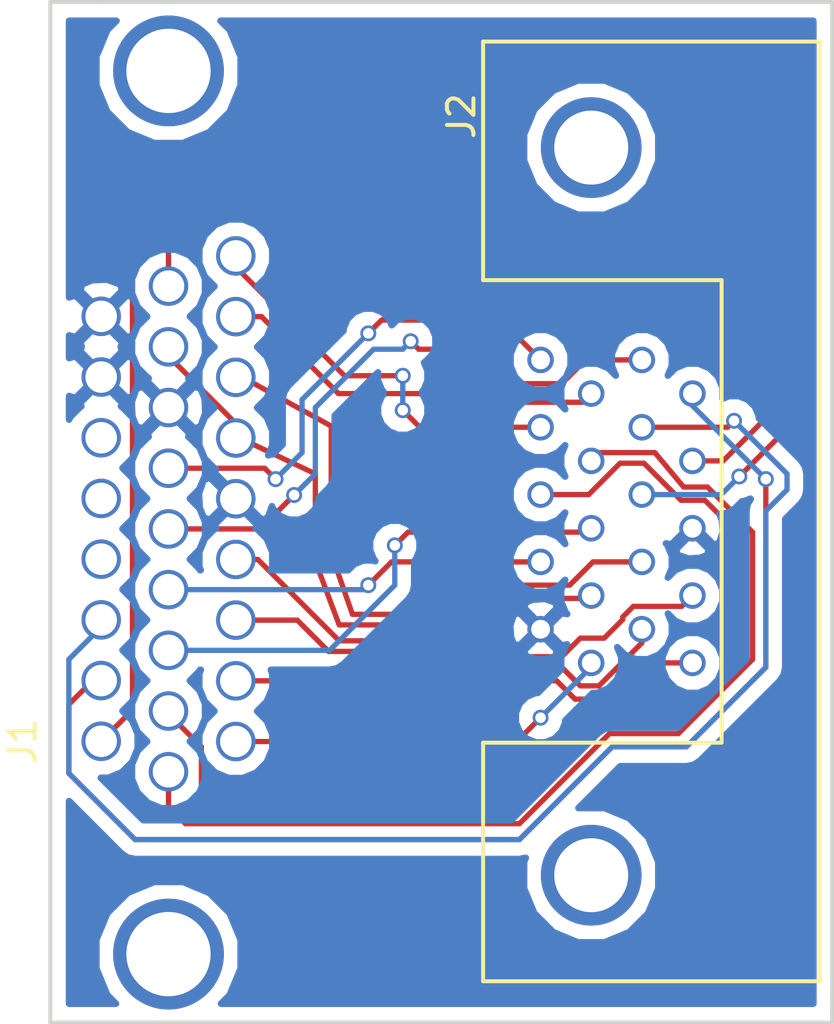
<source format=kicad_pcb>
(kicad_pcb (version 4) (host pcbnew 4.0.6)

  (general
    (links 24)
    (no_connects 0)
    (area 0 0 0 0)
    (thickness 1.6)
    (drawings 8)
    (tracks 183)
    (zones 0)
    (modules 2)
    (nets 23)
  )

  (page A4)
  (layers
    (0 F.Cu signal)
    (31 B.Cu signal)
    (32 B.Adhes user)
    (33 F.Adhes user)
    (34 B.Paste user)
    (35 F.Paste user)
    (36 B.SilkS user)
    (37 F.SilkS user)
    (38 B.Mask user)
    (39 F.Mask user)
    (40 Dwgs.User user)
    (41 Cmts.User user)
    (42 Eco1.User user)
    (43 Eco2.User user)
    (44 Edge.Cuts user)
    (45 Margin user)
    (46 B.CrtYd user)
    (47 F.CrtYd user)
    (48 B.Fab user)
    (49 F.Fab user)
  )

  (setup
    (last_trace_width 0.2)
    (trace_clearance 0.2)
    (zone_clearance 0.508)
    (zone_45_only no)
    (trace_min 0.2)
    (segment_width 0.2)
    (edge_width 0.15)
    (via_size 0.6)
    (via_drill 0.4)
    (via_min_size 0.4)
    (via_min_drill 0.3)
    (uvia_size 0.3)
    (uvia_drill 0.1)
    (uvias_allowed no)
    (uvia_min_size 0.2)
    (uvia_min_drill 0.1)
    (pcb_text_width 0.3)
    (pcb_text_size 1.5 1.5)
    (mod_edge_width 0.15)
    (mod_text_size 1 1)
    (mod_text_width 0.15)
    (pad_size 1.524 1.524)
    (pad_drill 0.762)
    (pad_to_mask_clearance 0.2)
    (aux_axis_origin 0 0)
    (visible_elements FFFFFF7F)
    (pcbplotparams
      (layerselection 0x00030_80000001)
      (usegerberextensions false)
      (excludeedgelayer true)
      (linewidth 0.100000)
      (plotframeref false)
      (viasonmask false)
      (mode 1)
      (useauxorigin false)
      (hpglpennumber 1)
      (hpglpenspeed 20)
      (hpglpendiameter 15)
      (hpglpenoverlay 2)
      (psnegative false)
      (psa4output false)
      (plotreference true)
      (plotvalue true)
      (plotinvisibletext false)
      (padsonsilk false)
      (subtractmaskfromsilk false)
      (outputformat 1)
      (mirror false)
      (drillshape 1)
      (scaleselection 1)
      (outputdirectory ""))
  )

  (net 0 "")
  (net 1 /FrameGnd)
  (net 2 /HallU)
  (net 3 /HallV)
  (net 4 /HallW)
  (net 5 /SignalGnd)
  (net 6 /5VOut1)
  (net 7 /IN9MoTemp)
  (net 8 /ENC_/X)
  (net 9 /ENC_X)
  (net 10 /ENC_/B)
  (net 11 /ENC_B)
  (net 12 /ENC_/A)
  (net 13 /ENC_A)
  (net 14 /ENC_/S)
  (net 15 /ENC_S)
  (net 16 "/Sin(-)")
  (net 17 "/Sin(+)")
  (net 18 "/Cos(-)")
  (net 19 "/Cos(+)")
  (net 20 "Net-(J1-Pad22)")
  (net 21 "Net-(J1-Pad23)")
  (net 22 "Net-(J1-Pad24)")

  (net_class Default "This is the default net class."
    (clearance 0.2)
    (trace_width 0.2)
    (via_dia 0.6)
    (via_drill 0.4)
    (uvia_dia 0.3)
    (uvia_drill 0.1)
    (add_net /5VOut1)
    (add_net "/Cos(+)")
    (add_net "/Cos(-)")
    (add_net /ENC_/A)
    (add_net /ENC_/B)
    (add_net /ENC_/S)
    (add_net /ENC_/X)
    (add_net /ENC_A)
    (add_net /ENC_B)
    (add_net /ENC_S)
    (add_net /ENC_X)
    (add_net /FrameGnd)
    (add_net /HallU)
    (add_net /HallV)
    (add_net /HallW)
    (add_net /IN9MoTemp)
    (add_net /SignalGnd)
    (add_net "/Sin(+)")
    (add_net "/Sin(-)")
    (add_net "Net-(J1-Pad22)")
    (add_net "Net-(J1-Pad23)")
    (add_net "Net-(J1-Pad24)")
  )

  (module MyConnectors:26PinDSUB_HD (layer F.Cu) (tedit 5988F9AC) (tstamp 599351B4)
    (at 137 119.4 90)
    (path /59933415)
    (fp_text reference J1 (at 0 -8.05 90) (layer F.SilkS)
      (effects (font (size 1 1) (thickness 0.15)))
    )
    (fp_text value CONN_01X26 (at 0 -6.6 90) (layer F.Fab)
      (effects (font (size 1 1) (thickness 0.15)))
    )
    (pad 1 thru_hole circle (at 0 0 90) (size 1.49 1.49) (drill 1.19) (layers *.Cu *.Mask)
      (net 1 /FrameGnd))
    (pad 2 thru_hole circle (at 2.29 0 90) (size 1.49 1.49) (drill 1.19) (layers *.Cu *.Mask)
      (net 2 /HallU))
    (pad 3 thru_hole circle (at 4.58 0 90) (size 1.49 1.49) (drill 1.19) (layers *.Cu *.Mask)
      (net 3 /HallV))
    (pad 4 thru_hole circle (at 6.87 0 90) (size 1.49 1.49) (drill 1.19) (layers *.Cu *.Mask)
      (net 4 /HallW))
    (pad 5 thru_hole circle (at 9.16 0 90) (size 1.49 1.49) (drill 1.19) (layers *.Cu *.Mask)
      (net 5 /SignalGnd))
    (pad 6 thru_hole circle (at 11.45 0 90) (size 1.49 1.49) (drill 1.19) (layers *.Cu *.Mask)
      (net 6 /5VOut1))
    (pad 7 thru_hole circle (at 13.74 0 90) (size 1.49 1.49) (drill 1.19) (layers *.Cu *.Mask)
      (net 7 /IN9MoTemp))
    (pad 8 thru_hole circle (at 16.03 0 90) (size 1.49 1.49) (drill 1.19) (layers *.Cu *.Mask)
      (net 8 /ENC_/X))
    (pad 9 thru_hole circle (at 18.32 0 90) (size 1.49 1.49) (drill 1.19) (layers *.Cu *.Mask)
      (net 9 /ENC_X))
    (pad 10 thru_hole circle (at -1.14 -2.54 90) (size 1.49 1.49) (drill 1.19) (layers *.Cu *.Mask)
      (net 10 /ENC_/B))
    (pad 11 thru_hole circle (at 1.15 -2.54 90) (size 1.49 1.49) (drill 1.19) (layers *.Cu *.Mask)
      (net 11 /ENC_B))
    (pad 12 thru_hole circle (at 3.44 -2.54 90) (size 1.49 1.49) (drill 1.19) (layers *.Cu *.Mask)
      (net 12 /ENC_/A))
    (pad 13 thru_hole circle (at 5.73 -2.54 90) (size 1.49 1.49) (drill 1.19) (layers *.Cu *.Mask)
      (net 13 /ENC_A))
    (pad 14 thru_hole circle (at 8.02 -2.54 90) (size 1.49 1.49) (drill 1.19) (layers *.Cu *.Mask)
      (net 14 /ENC_/S))
    (pad 15 thru_hole circle (at 10.31 -2.54 90) (size 1.49 1.49) (drill 1.19) (layers *.Cu *.Mask)
      (net 15 /ENC_S))
    (pad 16 thru_hole circle (at 12.6 -2.54 90) (size 1.49 1.49) (drill 1.19) (layers *.Cu *.Mask)
      (net 5 /SignalGnd))
    (pad 17 thru_hole circle (at 14.89 -2.54 90) (size 1.49 1.49) (drill 1.19) (layers *.Cu *.Mask)
      (net 6 /5VOut1))
    (pad 18 thru_hole circle (at 17.18 -2.54 90) (size 1.49 1.49) (drill 1.19) (layers *.Cu *.Mask)
      (net 16 "/Sin(-)"))
    (pad 19 thru_hole circle (at 0.01 -5.08 90) (size 1.49 1.49) (drill 1.19) (layers *.Cu *.Mask)
      (net 17 "/Sin(+)"))
    (pad 20 thru_hole circle (at 2.3 -5.08 90) (size 1.49 1.49) (drill 1.19) (layers *.Cu *.Mask)
      (net 18 "/Cos(-)"))
    (pad 21 thru_hole circle (at 4.59 -5.08 90) (size 1.49 1.49) (drill 1.19) (layers *.Cu *.Mask)
      (net 19 "/Cos(+)"))
    (pad 22 thru_hole circle (at 6.88 -5.08 90) (size 1.49 1.49) (drill 1.19) (layers *.Cu *.Mask)
      (net 20 "Net-(J1-Pad22)"))
    (pad 23 thru_hole circle (at 9.17 -5.08 90) (size 1.49 1.49) (drill 1.19) (layers *.Cu *.Mask)
      (net 21 "Net-(J1-Pad23)"))
    (pad 24 thru_hole circle (at 11.46 -5.08 90) (size 1.49 1.49) (drill 1.19) (layers *.Cu *.Mask)
      (net 22 "Net-(J1-Pad24)"))
    (pad 25 thru_hole circle (at 13.75 -5.08 90) (size 1.49 1.49) (drill 1.19) (layers *.Cu *.Mask)
      (net 5 /SignalGnd))
    (pad 26 thru_hole circle (at 16.04 -5.08 90) (size 1.49 1.49) (drill 1.19) (layers *.Cu *.Mask)
      (net 5 /SignalGnd))
    (pad "" np_thru_hole circle (at -8.02 -2.54 90) (size 4.18 4.18) (drill 3.18) (layers *.Cu *.Mask))
    (pad "" np_thru_hole circle (at 25.3 -2.54 90) (size 4.18 4.18) (drill 3.18) (layers *.Cu *.Mask))
  )

  (module MyConnectors:MiniDRibbon20 (layer F.Cu) (tedit 598A4159) (tstamp 599351CE)
    (at 148.5011 105.0036)
    (path /599334AC)
    (fp_text reference J2 (at -2.99 -9.2 90) (layer F.SilkS)
      (effects (font (size 1 1) (thickness 0.15)))
    )
    (fp_text value CONN_01X20 (at -4.41 -6.49 90) (layer F.Fab)
      (effects (font (size 1 1) (thickness 0.15)))
    )
    (fp_line (start 6.83 -3.01) (end 6.83 14.44) (layer F.SilkS) (width 0.15))
    (fp_line (start 10.53 -12.01) (end 10.53 23.44) (layer F.SilkS) (width 0.15))
    (fp_line (start -2.17 -12.01) (end 10.53 -12.01) (layer F.SilkS) (width 0.15))
    (fp_line (start -2.17 -3.01) (end -2.17 -12.01) (layer F.SilkS) (width 0.15))
    (fp_line (start -2.17 -3.01) (end 6.83 -3.01) (layer F.SilkS) (width 0.15))
    (fp_line (start -2.17 23.44) (end 10.53 23.44) (layer F.SilkS) (width 0.15))
    (fp_line (start -2.17 14.44) (end -2.17 23.44) (layer F.SilkS) (width 0.15))
    (fp_line (start -2.17 14.44) (end 6.83 14.44) (layer F.SilkS) (width 0.15))
    (pad "" np_thru_hole circle (at 1.91 -8.01) (size 3.8 3.8) (drill 2.79) (layers *.Cu *.Mask))
    (pad 10 thru_hole circle (at 0 0) (size 1 1) (drill 0.71) (layers *.Cu *.Mask)
      (net 15 /ENC_S))
    (pad 20 thru_hole circle (at 3.82 0) (size 1 1) (drill 0.71) (layers *.Cu *.Mask)
      (net 14 /ENC_/S))
    (pad 12 thru_hole circle (at 3.82 10.16) (size 1 1) (drill 0.71) (layers *.Cu *.Mask)
      (net 3 /HallV))
    (pad 9 thru_hole circle (at 1.91 1.27) (size 1 1) (drill 0.71) (layers *.Cu *.Mask)
      (net 8 /ENC_/X))
    (pad 8 thru_hole circle (at 0 2.54) (size 1 1) (drill 0.71) (layers *.Cu *.Mask)
      (net 9 /ENC_X))
    (pad 7 thru_hole circle (at 1.91 3.81) (size 1 1) (drill 0.71) (layers *.Cu *.Mask)
      (net 10 /ENC_/B))
    (pad 6 thru_hole circle (at 0 5.08) (size 1 1) (drill 0.71) (layers *.Cu *.Mask)
      (net 11 /ENC_B))
    (pad 5 thru_hole circle (at 1.91 6.35) (size 1 1) (drill 0.71) (layers *.Cu *.Mask)
      (net 12 /ENC_/A))
    (pad 4 thru_hole circle (at 0 7.62) (size 1 1) (drill 0.71) (layers *.Cu *.Mask)
      (net 13 /ENC_A))
    (pad 3 thru_hole circle (at 1.91 8.89) (size 1 1) (drill 0.71) (layers *.Cu *.Mask)
      (net 6 /5VOut1))
    (pad 2 thru_hole circle (at 0 10.16) (size 1 1) (drill 0.71) (layers *.Cu *.Mask)
      (net 5 /SignalGnd))
    (pad 1 thru_hole circle (at 1.91 11.43) (size 1 1) (drill 0.71) (layers *.Cu *.Mask)
      (net 1 /FrameGnd))
    (pad 19 thru_hole circle (at 5.73 1.27) (size 1 1) (drill 0.71) (layers *.Cu *.Mask)
      (net 18 "/Cos(-)"))
    (pad 18 thru_hole circle (at 3.82 2.54) (size 1 1) (drill 0.71) (layers *.Cu *.Mask)
      (net 19 "/Cos(+)"))
    (pad 17 thru_hole circle (at 5.73 3.81) (size 1 1) (drill 0.71) (layers *.Cu *.Mask)
      (net 16 "/Sin(-)"))
    (pad 16 thru_hole circle (at 3.82 5.08) (size 1 1) (drill 0.71) (layers *.Cu *.Mask)
      (net 17 "/Sin(+)"))
    (pad 15 thru_hole circle (at 5.73 6.35) (size 1 1) (drill 0.71) (layers *.Cu *.Mask)
      (net 5 /SignalGnd))
    (pad 14 thru_hole circle (at 3.82 7.62) (size 1 1) (drill 0.71) (layers *.Cu *.Mask)
      (net 7 /IN9MoTemp))
    (pad 13 thru_hole circle (at 5.73 8.89) (size 1 1) (drill 0.71) (layers *.Cu *.Mask)
      (net 4 /HallW))
    (pad 11 thru_hole circle (at 5.73 11.43) (size 1 1) (drill 0.71) (layers *.Cu *.Mask)
      (net 2 /HallU))
    (pad "" np_thru_hole circle (at 1.91 19.44) (size 3.8 3.8) (drill 2.79) (layers *.Cu *.Mask))
  )

  (gr_line (start 130 91.5) (end 132 91.5) (angle 90) (layer Edge.Cuts) (width 0.15))
  (gr_line (start 130 130) (end 130 91.5) (angle 90) (layer Edge.Cuts) (width 0.15))
  (gr_line (start 130.5 130) (end 130 130) (angle 90) (layer Edge.Cuts) (width 0.15))
  (gr_line (start 159.5 130) (end 130.5 130) (angle 90) (layer Edge.Cuts) (width 0.15))
  (gr_line (start 159.5 129.5) (end 159.5 130) (angle 90) (layer Edge.Cuts) (width 0.15))
  (gr_line (start 159.5 129) (end 159.5 129.5) (angle 90) (layer Edge.Cuts) (width 0.15))
  (gr_line (start 159.5 91.5) (end 159.5 129) (angle 90) (layer Edge.Cuts) (width 0.15))
  (gr_line (start 132 91.5) (end 159.5 91.5) (angle 90) (layer Edge.Cuts) (width 0.15))

  (segment (start 137 119.4) (end 147.6 119.4) (width 0.2) (layer F.Cu) (net 1))
  (segment (start 148.5 118.5) (end 150.4111 116.5889) (width 0.2) (layer B.Cu) (net 1) (tstamp 59935771))
  (via (at 148.5 118.5) (size 0.6) (drill 0.4) (layers F.Cu B.Cu) (net 1))
  (segment (start 147.6 119.4) (end 148.5 118.5) (width 0.2) (layer F.Cu) (net 1) (tstamp 5993576C))
  (segment (start 150.4111 116.5889) (end 150.4111 116.4336) (width 0.2) (layer B.Cu) (net 1) (tstamp 59935772))
  (segment (start 137 117.11) (end 149.11 117.11) (width 0.2) (layer F.Cu) (net 2))
  (segment (start 152.2664 116.4336) (end 154.2311 116.4336) (width 0.2) (layer F.Cu) (net 2) (tstamp 59935276))
  (segment (start 150.9 117.8) (end 152.2664 116.4336) (width 0.2) (layer F.Cu) (net 2) (tstamp 59935275))
  (segment (start 149.8 117.8) (end 150.9 117.8) (width 0.2) (layer F.Cu) (net 2) (tstamp 59935274))
  (segment (start 149.11 117.11) (end 149.8 117.8) (width 0.2) (layer F.Cu) (net 2) (tstamp 59935273))
  (segment (start 146.7 116.4) (end 146.3 116) (width 0.2) (layer F.Cu) (net 3))
  (segment (start 148.5 116.6) (end 149.3 116.6) (width 0.2) (layer F.Cu) (net 3))
  (segment (start 146.3 116) (end 140.5 116) (width 0.2) (layer F.Cu) (net 3) (tstamp 599352A5))
  (segment (start 140.5 116) (end 139.32 114.82) (width 0.2) (layer F.Cu) (net 3) (tstamp 5993526D))
  (segment (start 139.32 114.82) (end 137 114.82) (width 0.2) (layer F.Cu) (net 3) (tstamp 5993526F))
  (segment (start 146.9 116.6) (end 147.8 116.6) (width 0.2) (layer F.Cu) (net 3) (tstamp 59935286))
  (segment (start 146.7 116.4) (end 146.9 116.6) (width 0.2) (layer F.Cu) (net 3) (tstamp 59935285))
  (segment (start 147.8 116.6) (end 148.5 116.6) (width 0.2) (layer F.Cu) (net 3))
  (segment (start 149.3 116.6) (end 149.8 117.1) (width 0.2) (layer F.Cu) (net 3) (tstamp 5993529A))
  (segment (start 149.3 116.6) (end 149.6 116.9) (width 0.2) (layer F.Cu) (net 3) (tstamp 59935293))
  (segment (start 152.3211 115.1636) (end 152.3211 115.6789) (width 0.2) (layer F.Cu) (net 3))
  (segment (start 150 117.3) (end 149.8 117.1) (width 0.2) (layer F.Cu) (net 3) (tstamp 5993526A))
  (segment (start 149.8 117.1) (end 149.6 116.9) (width 0.2) (layer F.Cu) (net 3) (tstamp 5993529D))
  (segment (start 150.7 117.3) (end 150 117.3) (width 0.2) (layer F.Cu) (net 3) (tstamp 59935268))
  (segment (start 152.3211 115.6789) (end 150.7 117.3) (width 0.2) (layer F.Cu) (net 3) (tstamp 59935267))
  (segment (start 137 112.53) (end 137.83 112.53) (width 0.2) (layer F.Cu) (net 4))
  (segment (start 153.8247 114.3) (end 154.2311 113.8936) (width 0.2) (layer F.Cu) (net 4) (tstamp 599352B2))
  (segment (start 152 114.3) (end 153.8247 114.3) (width 0.2) (layer F.Cu) (net 4) (tstamp 599352B1))
  (segment (start 151.6 114.7) (end 152 114.3) (width 0.2) (layer F.Cu) (net 4) (tstamp 599352B0))
  (segment (start 151.6 114.8) (end 151.6 114.7) (width 0.2) (layer F.Cu) (net 4) (tstamp 599352AF))
  (segment (start 150.9 115.5) (end 151.6 114.8) (width 0.2) (layer F.Cu) (net 4) (tstamp 599352AE))
  (segment (start 150 115.5) (end 150.9 115.5) (width 0.2) (layer F.Cu) (net 4) (tstamp 599352AD))
  (segment (start 149.300002 116.199998) (end 150 115.5) (width 0.2) (layer F.Cu) (net 4) (tstamp 599352AC))
  (segment (start 147.299998 116.199998) (end 149.300002 116.199998) (width 0.2) (layer F.Cu) (net 4) (tstamp 599352AB))
  (segment (start 146.699998 115.599998) (end 147.299998 116.199998) (width 0.2) (layer F.Cu) (net 4) (tstamp 599352AA))
  (segment (start 140.899998 115.599998) (end 146.699998 115.599998) (width 0.2) (layer F.Cu) (net 4) (tstamp 599352A9))
  (segment (start 137.83 112.53) (end 140.899998 115.599998) (width 0.2) (layer F.Cu) (net 4) (tstamp 599352A7))
  (segment (start 134.46 104.51) (end 134.46 104.86) (width 0.2) (layer F.Cu) (net 6))
  (segment (start 134.46 104.86) (end 137 107.4) (width 0.2) (layer F.Cu) (net 6) (tstamp 5993534A))
  (segment (start 137 107.4) (end 137 107.95) (width 0.2) (layer F.Cu) (net 6) (tstamp 5993534C))
  (segment (start 137 107.95) (end 137.15 107.95) (width 0.2) (layer F.Cu) (net 6))
  (segment (start 137.15 107.95) (end 140 109.3) (width 0.2) (layer F.Cu) (net 6) (tstamp 599352B5))
  (segment (start 140 109.3) (end 140 112.6) (width 0.2) (layer F.Cu) (net 6) (tstamp 599352B6))
  (segment (start 140 112.6) (end 140.9 115) (width 0.2) (layer F.Cu) (net 6) (tstamp 599352B8))
  (segment (start 140.9 115) (end 146.8 115) (width 0.2) (layer F.Cu) (net 6) (tstamp 599352BA))
  (segment (start 146.8 115) (end 147.8 114) (width 0.2) (layer F.Cu) (net 6) (tstamp 599352BC))
  (segment (start 147.8 114) (end 150.3047 114) (width 0.2) (layer F.Cu) (net 6) (tstamp 599352BD))
  (segment (start 150.3047 114) (end 150.4111 113.8936) (width 0.2) (layer F.Cu) (net 6) (tstamp 599352BE))
  (segment (start 137 105.66) (end 137.26 105.66) (width 0.2) (layer F.Cu) (net 7))
  (segment (start 137.26 105.66) (end 140.6 107.5) (width 0.2) (layer F.Cu) (net 7) (tstamp 599352C1))
  (segment (start 140.6 107.5) (end 140.6 112.3) (width 0.2) (layer F.Cu) (net 7) (tstamp 599352C2))
  (segment (start 140.6 112.3) (end 141.399998 114.599998) (width 0.2) (layer F.Cu) (net 7) (tstamp 599352C4))
  (segment (start 141.399998 114.599998) (end 146.6 114.599998) (width 0.2) (layer F.Cu) (net 7) (tstamp 599352C5))
  (segment (start 146.6 114.599998) (end 147.699998 113.5) (width 0.2) (layer F.Cu) (net 7) (tstamp 599352C6))
  (segment (start 147.699998 113.5) (end 149.6 113.5) (width 0.2) (layer F.Cu) (net 7) (tstamp 599352C7))
  (segment (start 149.6 113.5) (end 150.4764 112.6236) (width 0.2) (layer F.Cu) (net 7) (tstamp 599352C9))
  (segment (start 150.4764 112.6236) (end 152.3211 112.6236) (width 0.2) (layer F.Cu) (net 7) (tstamp 599352CA))
  (segment (start 142.5 106.2736) (end 144.1736 106.2736) (width 0.2) (layer F.Cu) (net 8))
  (segment (start 144.5 106.6) (end 150.0847 106.6) (width 0.2) (layer F.Cu) (net 8) (tstamp 599359D9))
  (segment (start 144.1736 106.2736) (end 144.5 106.6) (width 0.2) (layer F.Cu) (net 8) (tstamp 599359D8))
  (segment (start 150.0847 106.6) (end 150.4111 106.2736) (width 0.2) (layer F.Cu) (net 8) (tstamp 599359DA))
  (segment (start 137 103.37) (end 137.97 103.37) (width 0.2) (layer F.Cu) (net 8))
  (segment (start 140.8736 106.2736) (end 142.5 106.2736) (width 0.2) (layer F.Cu) (net 8) (tstamp 599352F7))
  (segment (start 137.97 103.37) (end 140.8736 106.2736) (width 0.2) (layer F.Cu) (net 8) (tstamp 599352ED))
  (segment (start 137 101.08) (end 137 101.5) (width 0.2) (layer F.Cu) (net 9))
  (segment (start 137 101.5) (end 141.1 105.6) (width 0.2) (layer F.Cu) (net 9) (tstamp 599352FB))
  (segment (start 141.1 105.6) (end 143.3 105.6) (width 0.2) (layer F.Cu) (net 9) (tstamp 599352FE))
  (via (at 143.3 105.6) (size 0.6) (drill 0.4) (layers F.Cu B.Cu) (net 9))
  (segment (start 143.3 105.6) (end 143.3 106.9) (width 0.2) (layer B.Cu) (net 9) (tstamp 59935303))
  (via (at 143.3 106.9) (size 0.6) (drill 0.4) (layers F.Cu B.Cu) (net 9))
  (segment (start 143.3 106.9) (end 143.9436 107.5436) (width 0.2) (layer F.Cu) (net 9) (tstamp 59935307))
  (segment (start 143.9436 107.5436) (end 148.5011 107.5436) (width 0.2) (layer F.Cu) (net 9) (tstamp 59935308))
  (segment (start 134.46 120.54) (end 134.46 121.86) (width 0.2) (layer F.Cu) (net 10))
  (segment (start 152.8136 108.5) (end 150.3111 108.5) (width 0.2) (layer F.Cu) (net 10) (tstamp 59935407))
  (segment (start 153.9 109.8) (end 152.8136 108.5) (width 0.2) (layer F.Cu) (net 10) (tstamp 59935406))
  (segment (start 154.8 109.8) (end 153.9 109.8) (width 0.2) (layer F.Cu) (net 10) (tstamp 59935404))
  (segment (start 156.5 111.5) (end 154.8 109.8) (width 0.2) (layer F.Cu) (net 10) (tstamp 59935402))
  (segment (start 156.5 116.3) (end 156.5 111.5) (width 0.2) (layer F.Cu) (net 10) (tstamp 59935400))
  (segment (start 153.7 119.1) (end 156.5 116.3) (width 0.2) (layer F.Cu) (net 10) (tstamp 599353FE))
  (segment (start 151.1 119.1) (end 153.7 119.1) (width 0.2) (layer F.Cu) (net 10) (tstamp 599353FC))
  (segment (start 147.7 122.5) (end 151.1 119.1) (width 0.2) (layer F.Cu) (net 10) (tstamp 599353FA))
  (segment (start 135.1 122.5) (end 147.7 122.5) (width 0.2) (layer F.Cu) (net 10) (tstamp 599353F9))
  (segment (start 134.46 121.86) (end 135.1 122.5) (width 0.2) (layer F.Cu) (net 10) (tstamp 599353F8))
  (segment (start 134.46 118.25) (end 134.46 118.36) (width 0.2) (layer F.Cu) (net 11))
  (segment (start 134.46 118.36) (end 135.7 119.6) (width 0.2) (layer F.Cu) (net 11) (tstamp 59935458))
  (segment (start 135.7 119.6) (end 135.7 121.399998) (width 0.2) (layer F.Cu) (net 11) (tstamp 5993545A))
  (segment (start 135.7 121.399998) (end 136.300002 122) (width 0.2) (layer F.Cu) (net 11) (tstamp 5993545B))
  (segment (start 136.300002 122) (end 147.6 122) (width 0.2) (layer F.Cu) (net 11) (tstamp 5993545D))
  (segment (start 147.6 122) (end 150.932844 118.667156) (width 0.2) (layer F.Cu) (net 11) (tstamp 59935460))
  (segment (start 150.932844 118.667156) (end 153.567156 118.667156) (width 0.2) (layer F.Cu) (net 11) (tstamp 59935464))
  (segment (start 153.567156 118.667156) (end 156 116.234312) (width 0.2) (layer F.Cu) (net 11) (tstamp 5993546A))
  (segment (start 156 116.234312) (end 156 111.6) (width 0.2) (layer F.Cu) (net 11) (tstamp 5993546E))
  (segment (start 156 111.6) (end 154.7 110.3) (width 0.2) (layer F.Cu) (net 11) (tstamp 59935476))
  (segment (start 154.7 110.3) (end 153.8 110.3) (width 0.2) (layer F.Cu) (net 11) (tstamp 59935479))
  (segment (start 153.8 110.3) (end 152.400002 108.900002) (width 0.2) (layer F.Cu) (net 11) (tstamp 5993547C))
  (segment (start 152.400002 108.900002) (end 151.499998 108.900002) (width 0.2) (layer F.Cu) (net 11) (tstamp 5993547D))
  (segment (start 151.499998 108.900002) (end 150.3164 110.0836) (width 0.2) (layer F.Cu) (net 11) (tstamp 5993547E))
  (segment (start 150.3164 110.0836) (end 148.5011 110.0836) (width 0.2) (layer F.Cu) (net 11) (tstamp 59935482))
  (segment (start 134.46 115.96) (end 140.54 115.96) (width 0.2) (layer B.Cu) (net 12))
  (segment (start 143.5 111.5) (end 150.2647 111.5) (width 0.2) (layer F.Cu) (net 12) (tstamp 5993584F))
  (segment (start 143 112) (end 143.5 111.5) (width 0.2) (layer F.Cu) (net 12) (tstamp 5993584E))
  (via (at 143 112) (size 0.6) (drill 0.4) (layers F.Cu B.Cu) (net 12))
  (segment (start 143 113.5) (end 143 112) (width 0.2) (layer B.Cu) (net 12) (tstamp 5993584B))
  (segment (start 140.54 115.96) (end 143 113.5) (width 0.2) (layer B.Cu) (net 12) (tstamp 59935846))
  (segment (start 150.2647 111.5) (end 150.4111 111.3536) (width 0.2) (layer F.Cu) (net 12) (tstamp 59935850))
  (segment (start 134.46 113.67) (end 141.83 113.67) (width 0.2) (layer B.Cu) (net 13))
  (segment (start 142.8764 112.6236) (end 148.5011 112.6236) (width 0.2) (layer F.Cu) (net 13) (tstamp 5993583D))
  (segment (start 142 113.5) (end 142.8764 112.6236) (width 0.2) (layer F.Cu) (net 13) (tstamp 5993583C))
  (via (at 142 113.5) (size 0.6) (drill 0.4) (layers F.Cu B.Cu) (net 13))
  (segment (start 141.83 113.67) (end 142 113.5) (width 0.2) (layer B.Cu) (net 13) (tstamp 59935837))
  (segment (start 134.46 111.38) (end 137.92 111.38) (width 0.2) (layer F.Cu) (net 14))
  (segment (start 150.1964 105.0036) (end 152.3211 105.0036) (width 0.2) (layer F.Cu) (net 14) (tstamp 599359F6))
  (segment (start 149.3 105.9) (end 150.1964 105.0036) (width 0.2) (layer F.Cu) (net 14) (tstamp 599359F5))
  (segment (start 147.5 105.9) (end 149.3 105.9) (width 0.2) (layer F.Cu) (net 14) (tstamp 599359F3))
  (segment (start 146.2 104.6) (end 147.5 105.9) (width 0.2) (layer F.Cu) (net 14) (tstamp 599359F1))
  (segment (start 143.9 104.6) (end 146.2 104.6) (width 0.2) (layer F.Cu) (net 14) (tstamp 599359F0))
  (segment (start 143.6 104.3) (end 143.9 104.6) (width 0.2) (layer F.Cu) (net 14) (tstamp 599359EF))
  (via (at 143.6 104.3) (size 0.6) (drill 0.4) (layers F.Cu B.Cu) (net 14))
  (segment (start 143.3 104.6) (end 143.6 104.3) (width 0.2) (layer B.Cu) (net 14) (tstamp 599359ED))
  (segment (start 142.2 104.6) (end 143.3 104.6) (width 0.2) (layer B.Cu) (net 14) (tstamp 599359EC))
  (segment (start 140 106.8) (end 142.2 104.6) (width 0.2) (layer B.Cu) (net 14) (tstamp 599359EA))
  (segment (start 140 109.3) (end 140 106.8) (width 0.2) (layer B.Cu) (net 14) (tstamp 599359E8))
  (segment (start 139.2 110.1) (end 140 109.3) (width 0.2) (layer B.Cu) (net 14) (tstamp 599359E7))
  (via (at 139.2 110.1) (size 0.6) (drill 0.4) (layers F.Cu B.Cu) (net 14))
  (segment (start 137.92 111.38) (end 139.2 110.1) (width 0.2) (layer F.Cu) (net 14) (tstamp 599359E3))
  (segment (start 134.46 109.09) (end 138.09 109.09) (width 0.2) (layer F.Cu) (net 15))
  (segment (start 146.9975 103.5) (end 148.5011 105.0036) (width 0.2) (layer F.Cu) (net 15) (tstamp 59935989))
  (segment (start 142.5 103.5) (end 146.9975 103.5) (width 0.2) (layer F.Cu) (net 15) (tstamp 59935988))
  (segment (start 142 104) (end 142.5 103.5) (width 0.2) (layer F.Cu) (net 15) (tstamp 59935987))
  (via (at 142 104) (size 0.6) (drill 0.4) (layers F.Cu B.Cu) (net 15))
  (segment (start 139.5 106.5) (end 142 104) (width 0.2) (layer B.Cu) (net 15) (tstamp 59935981))
  (segment (start 139.5 108.5) (end 139.5 106.5) (width 0.2) (layer B.Cu) (net 15) (tstamp 5993597F))
  (segment (start 138.5 109.5) (end 139.5 108.5) (width 0.2) (layer B.Cu) (net 15) (tstamp 5993597E))
  (via (at 138.5 109.5) (size 0.6) (drill 0.4) (layers F.Cu B.Cu) (net 15))
  (segment (start 138.09 109.09) (end 138.5 109.5) (width 0.2) (layer F.Cu) (net 15) (tstamp 5993597A))
  (segment (start 134.46 102.22) (end 134.46 100.84) (width 0.2) (layer F.Cu) (net 16))
  (segment (start 155.3864 108.8136) (end 154.2311 108.8136) (width 0.2) (layer F.Cu) (net 16) (tstamp 59935507))
  (segment (start 157.5 106.7) (end 155.3864 108.8136) (width 0.2) (layer F.Cu) (net 16) (tstamp 59935505))
  (segment (start 157.5 103.8) (end 157.5 106.7) (width 0.2) (layer F.Cu) (net 16) (tstamp 59935503))
  (segment (start 155.7 102) (end 157.5 103.8) (width 0.2) (layer F.Cu) (net 16) (tstamp 59935501))
  (segment (start 150.1 102) (end 155.7 102) (width 0.2) (layer F.Cu) (net 16) (tstamp 599354FF))
  (segment (start 147 98.9) (end 150.1 102) (width 0.2) (layer F.Cu) (net 16) (tstamp 599354FD))
  (segment (start 136.4 98.9) (end 147 98.9) (width 0.2) (layer F.Cu) (net 16) (tstamp 599354FB))
  (segment (start 134.46 100.84) (end 136.4 98.9) (width 0.2) (layer F.Cu) (net 16) (tstamp 599354F8))
  (segment (start 152.3211 110.0836) (end 155.3164 110.0836) (width 0.2) (layer B.Cu) (net 17))
  (segment (start 133.1 118.21) (end 131.92 119.39) (width 0.2) (layer F.Cu) (net 17) (tstamp 599355E6))
  (segment (start 133.1 101) (end 133.1 118.21) (width 0.2) (layer F.Cu) (net 17) (tstamp 599355E4))
  (segment (start 135.7 98.4) (end 133.1 101) (width 0.2) (layer F.Cu) (net 17) (tstamp 599355E2))
  (segment (start 147.1 98.4) (end 135.7 98.4) (width 0.2) (layer F.Cu) (net 17) (tstamp 599355DA))
  (segment (start 150.299998 101.599998) (end 147.1 98.4) (width 0.2) (layer F.Cu) (net 17) (tstamp 599355D6))
  (segment (start 155.865686 101.599998) (end 150.299998 101.599998) (width 0.2) (layer F.Cu) (net 17) (tstamp 599355D0))
  (segment (start 158 103.734312) (end 155.865686 101.599998) (width 0.2) (layer F.Cu) (net 17) (tstamp 599355CD))
  (segment (start 158 107.4) (end 158 103.734312) (width 0.2) (layer F.Cu) (net 17) (tstamp 599355CA))
  (segment (start 156 109.4) (end 158 107.4) (width 0.2) (layer F.Cu) (net 17) (tstamp 599355C9))
  (via (at 156 109.4) (size 0.6) (drill 0.4) (layers F.Cu B.Cu) (net 17))
  (segment (start 155.3164 110.0836) (end 156 109.4) (width 0.2) (layer B.Cu) (net 17) (tstamp 599355C5))
  (segment (start 131.92 117.1) (end 131.6 117.1) (width 0.2) (layer F.Cu) (net 18))
  (segment (start 131.6 117.1) (end 130.7 118) (width 0.2) (layer F.Cu) (net 18) (tstamp 599355FE))
  (segment (start 130.7 118) (end 130.7 120.6) (width 0.2) (layer F.Cu) (net 18) (tstamp 599355FF))
  (segment (start 130.7 120.6) (end 133.2 123.1) (width 0.2) (layer F.Cu) (net 18) (tstamp 59935602))
  (segment (start 133.2 123.1) (end 147.7 123.1) (width 0.2) (layer F.Cu) (net 18) (tstamp 59935604))
  (segment (start 147.7 123.1) (end 151.2 119.6) (width 0.2) (layer F.Cu) (net 18) (tstamp 5993560A))
  (segment (start 151.2 119.6) (end 154 119.6) (width 0.2) (layer F.Cu) (net 18) (tstamp 5993560D))
  (segment (start 154 119.6) (end 157 116.6) (width 0.2) (layer F.Cu) (net 18) (tstamp 59935611))
  (segment (start 157 116.6) (end 157 109.5) (width 0.2) (layer F.Cu) (net 18) (tstamp 59935613))
  (via (at 157 109.5) (size 0.6) (drill 0.4) (layers F.Cu B.Cu) (net 18))
  (segment (start 157 109.5) (end 154.2311 106.7311) (width 0.2) (layer B.Cu) (net 18) (tstamp 5993561E))
  (segment (start 154.2311 106.7311) (end 154.2311 106.2736) (width 0.2) (layer B.Cu) (net 18) (tstamp 5993561F))
  (segment (start 131.92 114.81) (end 131.92 115.08) (width 0.2) (layer B.Cu) (net 19))
  (segment (start 131.92 115.08) (end 130.7 116.3) (width 0.2) (layer B.Cu) (net 19) (tstamp 59935626))
  (segment (start 130.7 116.3) (end 130.7 120.6) (width 0.2) (layer B.Cu) (net 19) (tstamp 5993562C))
  (segment (start 130.7 120.6) (end 133.2 123.1) (width 0.2) (layer B.Cu) (net 19) (tstamp 59935633))
  (segment (start 133.2 123.1) (end 147.7 123.1) (width 0.2) (layer B.Cu) (net 19) (tstamp 59935635))
  (segment (start 147.7 123.1) (end 151.2 119.6) (width 0.2) (layer B.Cu) (net 19) (tstamp 59935639))
  (segment (start 151.2 119.6) (end 154 119.6) (width 0.2) (layer B.Cu) (net 19) (tstamp 59935640))
  (segment (start 154 119.6) (end 157 116.6) (width 0.2) (layer B.Cu) (net 19) (tstamp 59935643))
  (segment (start 157 116.6) (end 157 110.7) (width 0.2) (layer B.Cu) (net 19) (tstamp 59935644))
  (segment (start 157 110.7) (end 157.8 109.9) (width 0.2) (layer B.Cu) (net 19) (tstamp 59935647))
  (segment (start 157.8 109.9) (end 157.8 109.3) (width 0.2) (layer B.Cu) (net 19) (tstamp 5993564F))
  (segment (start 157.8 109.3) (end 155.8 107.3) (width 0.2) (layer B.Cu) (net 19) (tstamp 59935652))
  (via (at 155.8 107.3) (size 0.6) (drill 0.4) (layers F.Cu B.Cu) (net 19))
  (segment (start 155.8 107.3) (end 155.5564 107.5436) (width 0.2) (layer F.Cu) (net 19) (tstamp 59935655))
  (segment (start 155.5564 107.5436) (end 152.3211 107.5436) (width 0.2) (layer F.Cu) (net 19) (tstamp 59935656))

  (zone (net 5) (net_name /SignalGnd) (layer B.Cu) (tstamp 59935A61) (hatch edge 0.508)
    (connect_pads (clearance 0.508))
    (min_thickness 0.254)
    (fill yes (arc_segments 16) (thermal_gap 0.508) (thermal_bridge_width 0.508))
    (polygon
      (pts
        (xy 159.5 130) (xy 130 130) (xy 130 91.5) (xy 159.5 91.5)
      )
    )
    (filled_polygon
      (pts
        (xy 132.151204 92.554396) (xy 131.735474 93.555586) (xy 131.734528 94.639658) (xy 132.14851 95.641572) (xy 132.914396 96.408796)
        (xy 133.915586 96.824526) (xy 134.999658 96.825472) (xy 136.001572 96.41149) (xy 136.768796 95.645604) (xy 137.184526 94.644414)
        (xy 137.185472 93.560342) (xy 136.77149 92.558428) (xy 136.42367 92.21) (xy 158.79 92.21) (xy 158.79 129.29)
        (xy 136.443833 129.29) (xy 136.768796 128.965604) (xy 137.184526 127.964414) (xy 137.185472 126.880342) (xy 136.77149 125.878428)
        (xy 136.005604 125.111204) (xy 135.004414 124.695474) (xy 133.920342 124.694528) (xy 132.918428 125.10851) (xy 132.151204 125.874396)
        (xy 131.735474 126.875586) (xy 131.734528 127.959658) (xy 132.14851 128.961572) (xy 132.476365 129.29) (xy 130.71 129.29)
        (xy 130.71 121.649446) (xy 132.680277 123.619724) (xy 132.918728 123.779051) (xy 133.2 123.835) (xy 147.7 123.835)
        (xy 147.938668 123.787525) (xy 147.876541 123.937145) (xy 147.875661 124.945631) (xy 148.260778 125.877686) (xy 148.973263 126.591416)
        (xy 149.904645 126.978159) (xy 150.913131 126.979039) (xy 151.845186 126.593922) (xy 152.558916 125.881437) (xy 152.945659 124.950055)
        (xy 152.946539 123.941569) (xy 152.561422 123.009514) (xy 151.848937 122.295784) (xy 150.917555 121.909041) (xy 149.931266 121.90818)
        (xy 151.504447 120.335) (xy 154 120.335) (xy 154.281272 120.279051) (xy 154.519723 120.119723) (xy 157.519724 117.119723)
        (xy 157.679051 116.881272) (xy 157.735 116.6) (xy 157.735 111.004446) (xy 158.319724 110.419723) (xy 158.479051 110.181272)
        (xy 158.507875 110.036365) (xy 158.535 109.9) (xy 158.535 109.3) (xy 158.479051 109.018728) (xy 158.447198 108.971057)
        (xy 158.319723 108.780276) (xy 156.735092 107.195645) (xy 156.735162 107.114833) (xy 156.593117 106.771057) (xy 156.330327 106.507808)
        (xy 155.986799 106.365162) (xy 155.614833 106.364838) (xy 155.365932 106.467682) (xy 155.366297 106.048825) (xy 155.193867 105.631514)
        (xy 154.874865 105.311955) (xy 154.457856 105.138797) (xy 154.006325 105.138403) (xy 153.589014 105.310833) (xy 153.304587 105.594765)
        (xy 153.455903 105.230356) (xy 153.456297 104.778825) (xy 153.283867 104.361514) (xy 152.964865 104.041955) (xy 152.547856 103.868797)
        (xy 152.096325 103.868403) (xy 151.679014 104.040833) (xy 151.359455 104.359835) (xy 151.186297 104.776844) (xy 151.185903 105.228375)
        (xy 151.337371 105.594954) (xy 151.054865 105.311955) (xy 150.637856 105.138797) (xy 150.186325 105.138403) (xy 149.769014 105.310833)
        (xy 149.484587 105.594765) (xy 149.635903 105.230356) (xy 149.636297 104.778825) (xy 149.463867 104.361514) (xy 149.144865 104.041955)
        (xy 148.727856 103.868797) (xy 148.276325 103.868403) (xy 147.859014 104.040833) (xy 147.539455 104.359835) (xy 147.366297 104.776844)
        (xy 147.365903 105.228375) (xy 147.538333 105.645686) (xy 147.857335 105.965245) (xy 148.274344 106.138403) (xy 148.725875 106.138797)
        (xy 149.143186 105.966367) (xy 149.427613 105.682435) (xy 149.276297 106.046844) (xy 149.275903 106.498375) (xy 149.427371 106.864954)
        (xy 149.144865 106.581955) (xy 148.727856 106.408797) (xy 148.276325 106.408403) (xy 147.859014 106.580833) (xy 147.539455 106.899835)
        (xy 147.366297 107.316844) (xy 147.365903 107.768375) (xy 147.538333 108.185686) (xy 147.857335 108.505245) (xy 148.274344 108.678403)
        (xy 148.725875 108.678797) (xy 149.143186 108.506367) (xy 149.427613 108.222435) (xy 149.276297 108.586844) (xy 149.275903 109.038375)
        (xy 149.427371 109.404954) (xy 149.144865 109.121955) (xy 148.727856 108.948797) (xy 148.276325 108.948403) (xy 147.859014 109.120833)
        (xy 147.539455 109.439835) (xy 147.366297 109.856844) (xy 147.365903 110.308375) (xy 147.538333 110.725686) (xy 147.857335 111.045245)
        (xy 148.274344 111.218403) (xy 148.725875 111.218797) (xy 149.143186 111.046367) (xy 149.427613 110.762435) (xy 149.276297 111.126844)
        (xy 149.275903 111.578375) (xy 149.427371 111.944954) (xy 149.144865 111.661955) (xy 148.727856 111.488797) (xy 148.276325 111.488403)
        (xy 147.859014 111.660833) (xy 147.539455 111.979835) (xy 147.366297 112.396844) (xy 147.365903 112.848375) (xy 147.538333 113.265686)
        (xy 147.857335 113.585245) (xy 148.274344 113.758403) (xy 148.725875 113.758797) (xy 149.143186 113.586367) (xy 149.427613 113.302435)
        (xy 149.276297 113.666844) (xy 149.275903 114.118375) (xy 149.448333 114.535686) (xy 149.502067 114.589514) (xy 149.291204 114.553101)
        (xy 148.680705 115.1636) (xy 149.291204 115.774099) (xy 149.501617 115.737764) (xy 149.449455 115.789835) (xy 149.276297 116.206844)
        (xy 149.275903 116.658375) (xy 149.283585 116.676968) (xy 148.395645 117.564908) (xy 148.314833 117.564838) (xy 147.971057 117.706883)
        (xy 147.707808 117.969673) (xy 147.565162 118.313201) (xy 147.564838 118.685167) (xy 147.706883 119.028943) (xy 147.969673 119.292192)
        (xy 148.313201 119.434838) (xy 148.685167 119.435162) (xy 149.028943 119.293117) (xy 149.292192 119.030327) (xy 149.434838 118.686799)
        (xy 149.43491 118.604537) (xy 150.470794 117.568653) (xy 150.635875 117.568797) (xy 151.053186 117.396367) (xy 151.372745 117.077365)
        (xy 151.545903 116.660356) (xy 151.546297 116.208825) (xy 151.394829 115.842246) (xy 151.677335 116.125245) (xy 152.094344 116.298403)
        (xy 152.545875 116.298797) (xy 152.963186 116.126367) (xy 153.247613 115.842435) (xy 153.096297 116.206844) (xy 153.095903 116.658375)
        (xy 153.268333 117.075686) (xy 153.587335 117.395245) (xy 154.004344 117.568403) (xy 154.455875 117.568797) (xy 154.873186 117.396367)
        (xy 155.192745 117.077365) (xy 155.365903 116.660356) (xy 155.366297 116.208825) (xy 155.193867 115.791514) (xy 154.874865 115.471955)
        (xy 154.457856 115.298797) (xy 154.006325 115.298403) (xy 153.589014 115.470833) (xy 153.304587 115.754765) (xy 153.455903 115.390356)
        (xy 153.456297 114.938825) (xy 153.304829 114.572246) (xy 153.587335 114.855245) (xy 154.004344 115.028403) (xy 154.455875 115.028797)
        (xy 154.873186 114.856367) (xy 155.192745 114.537365) (xy 155.365903 114.120356) (xy 155.366297 113.668825) (xy 155.193867 113.251514)
        (xy 154.874865 112.931955) (xy 154.457856 112.758797) (xy 154.006325 112.758403) (xy 153.589014 112.930833) (xy 153.304587 113.214765)
        (xy 153.455903 112.850356) (xy 153.456297 112.398825) (xy 153.350883 112.143704) (xy 153.620601 112.143704) (xy 153.657748 112.358817)
        (xy 154.086072 112.501712) (xy 154.536475 112.469817) (xy 154.804452 112.358817) (xy 154.841599 112.143704) (xy 154.2311 111.533205)
        (xy 153.620601 112.143704) (xy 153.350883 112.143704) (xy 153.283867 111.981514) (xy 153.230133 111.927686) (xy 153.440996 111.964099)
        (xy 154.051495 111.3536) (xy 154.037353 111.339458) (xy 154.216958 111.159853) (xy 154.2311 111.173995) (xy 154.245243 111.159853)
        (xy 154.424848 111.339458) (xy 154.410705 111.3536) (xy 155.021204 111.964099) (xy 155.236317 111.926952) (xy 155.379212 111.498628)
        (xy 155.347317 111.048225) (xy 155.252203 110.8186) (xy 155.3164 110.8186) (xy 155.597672 110.762651) (xy 155.836123 110.603323)
        (xy 156.104355 110.335092) (xy 156.185167 110.335162) (xy 156.41696 110.239387) (xy 156.43123 110.253681) (xy 156.320949 110.418728)
        (xy 156.265 110.7) (xy 156.265 116.295553) (xy 153.695554 118.865) (xy 151.2 118.865) (xy 150.965394 118.911667)
        (xy 150.918727 118.920949) (xy 150.680276 119.080277) (xy 147.395554 122.365) (xy 133.504447 122.365) (xy 131.909438 120.769991)
        (xy 132.193295 120.770239) (xy 132.700686 120.560589) (xy 133.089225 120.172728) (xy 133.29976 119.665703) (xy 133.300239 119.116705)
        (xy 133.090589 118.609314) (xy 132.726616 118.244705) (xy 133.089225 117.882728) (xy 133.29976 117.375703) (xy 133.300239 116.826705)
        (xy 133.090589 116.319314) (xy 132.726616 115.954705) (xy 133.089225 115.592728) (xy 133.29976 115.085703) (xy 133.300239 114.536705)
        (xy 133.090589 114.029314) (xy 132.726616 113.664705) (xy 133.089225 113.302728) (xy 133.29976 112.795703) (xy 133.300239 112.246705)
        (xy 133.090589 111.739314) (xy 132.726616 111.374705) (xy 133.089225 111.012728) (xy 133.29976 110.505703) (xy 133.300239 109.956705)
        (xy 133.090589 109.449314) (xy 133.004721 109.363295) (xy 133.079761 109.363295) (xy 133.289411 109.870686) (xy 133.653384 110.235295)
        (xy 133.290775 110.597272) (xy 133.08024 111.104297) (xy 133.079761 111.653295) (xy 133.289411 112.160686) (xy 133.653384 112.525295)
        (xy 133.290775 112.887272) (xy 133.08024 113.394297) (xy 133.079761 113.943295) (xy 133.289411 114.450686) (xy 133.653384 114.815295)
        (xy 133.290775 115.177272) (xy 133.08024 115.684297) (xy 133.079761 116.233295) (xy 133.289411 116.740686) (xy 133.653384 117.105295)
        (xy 133.290775 117.467272) (xy 133.08024 117.974297) (xy 133.079761 118.523295) (xy 133.289411 119.030686) (xy 133.653384 119.395295)
        (xy 133.290775 119.757272) (xy 133.08024 120.264297) (xy 133.079761 120.813295) (xy 133.289411 121.320686) (xy 133.677272 121.709225)
        (xy 134.184297 121.91976) (xy 134.733295 121.920239) (xy 135.240686 121.710589) (xy 135.629225 121.322728) (xy 135.83976 120.815703)
        (xy 135.840239 120.266705) (xy 135.630589 119.759314) (xy 135.266616 119.394705) (xy 135.629225 119.032728) (xy 135.83976 118.525703)
        (xy 135.840239 117.976705) (xy 135.630589 117.469314) (xy 135.266616 117.104705) (xy 135.629225 116.742728) (xy 135.649043 116.695)
        (xy 135.678081 116.695) (xy 135.62024 116.834297) (xy 135.619761 117.383295) (xy 135.829411 117.890686) (xy 136.193384 118.255295)
        (xy 135.830775 118.617272) (xy 135.62024 119.124297) (xy 135.619761 119.673295) (xy 135.829411 120.180686) (xy 136.217272 120.569225)
        (xy 136.724297 120.77976) (xy 137.273295 120.780239) (xy 137.780686 120.570589) (xy 138.169225 120.182728) (xy 138.37976 119.675703)
        (xy 138.380239 119.126705) (xy 138.170589 118.619314) (xy 137.806616 118.254705) (xy 138.169225 117.892728) (xy 138.37976 117.385703)
        (xy 138.380239 116.836705) (xy 138.321688 116.695) (xy 140.54 116.695) (xy 140.821272 116.639051) (xy 141.059723 116.479723)
        (xy 141.585742 115.953704) (xy 147.890601 115.953704) (xy 147.927748 116.168817) (xy 148.356072 116.311712) (xy 148.806475 116.279817)
        (xy 149.074452 116.168817) (xy 149.111599 115.953704) (xy 148.5011 115.343205) (xy 147.890601 115.953704) (xy 141.585742 115.953704)
        (xy 142.520874 115.018572) (xy 147.352988 115.018572) (xy 147.384883 115.468975) (xy 147.495883 115.736952) (xy 147.710996 115.774099)
        (xy 148.321495 115.1636) (xy 147.710996 114.553101) (xy 147.495883 114.590248) (xy 147.352988 115.018572) (xy 142.520874 115.018572)
        (xy 143.16595 114.373496) (xy 147.890601 114.373496) (xy 148.5011 114.983995) (xy 149.111599 114.373496) (xy 149.074452 114.158383)
        (xy 148.646128 114.015488) (xy 148.195725 114.047383) (xy 147.927748 114.158383) (xy 147.890601 114.373496) (xy 143.16595 114.373496)
        (xy 143.519723 114.019724) (xy 143.679051 113.781272) (xy 143.697843 113.686799) (xy 143.735 113.5) (xy 143.735 112.587419)
        (xy 143.792192 112.530327) (xy 143.934838 112.186799) (xy 143.935162 111.814833) (xy 143.793117 111.471057) (xy 143.530327 111.207808)
        (xy 143.186799 111.065162) (xy 142.814833 111.064838) (xy 142.471057 111.206883) (xy 142.207808 111.469673) (xy 142.065162 111.813201)
        (xy 142.064838 112.185167) (xy 142.206883 112.528943) (xy 142.265 112.587162) (xy 142.265 112.597634) (xy 142.186799 112.565162)
        (xy 141.814833 112.564838) (xy 141.471057 112.706883) (xy 141.242542 112.935) (xy 138.326071 112.935) (xy 138.37976 112.805703)
        (xy 138.380239 112.256705) (xy 138.170589 111.749314) (xy 137.782728 111.360775) (xy 137.749333 111.346908) (xy 137.788289 111.207894)
        (xy 137 110.419605) (xy 136.211711 111.207894) (xy 136.250554 111.346503) (xy 136.219314 111.359411) (xy 135.830775 111.747272)
        (xy 135.62024 112.254297) (xy 135.619761 112.803295) (xy 135.67418 112.935) (xy 135.649466 112.935) (xy 135.630589 112.889314)
        (xy 135.266616 112.524705) (xy 135.629225 112.162728) (xy 135.83976 111.655703) (xy 135.840239 111.106705) (xy 135.630589 110.599314)
        (xy 135.266616 110.234705) (xy 135.465302 110.036365) (xy 135.607777 110.036365) (xy 135.635826 110.584647) (xy 135.791681 110.960914)
        (xy 136.032106 111.028289) (xy 136.820395 110.24) (xy 136.032106 109.451711) (xy 135.791681 109.519086) (xy 135.607777 110.036365)
        (xy 135.465302 110.036365) (xy 135.629225 109.872728) (xy 135.83976 109.365703) (xy 135.840239 108.816705) (xy 135.630589 108.309314)
        (xy 135.242728 107.920775) (xy 135.209333 107.906908) (xy 135.248289 107.767894) (xy 134.46 106.979605) (xy 133.671711 107.767894)
        (xy 133.710554 107.906503) (xy 133.679314 107.919411) (xy 133.290775 108.307272) (xy 133.08024 108.814297) (xy 133.079761 109.363295)
        (xy 133.004721 109.363295) (xy 132.726616 109.084705) (xy 133.089225 108.722728) (xy 133.29976 108.215703) (xy 133.300239 107.666705)
        (xy 133.090589 107.159314) (xy 132.702728 106.770775) (xy 132.669333 106.756908) (xy 132.708289 106.617894) (xy 132.68676 106.596365)
        (xy 133.067777 106.596365) (xy 133.095826 107.144647) (xy 133.251681 107.520914) (xy 133.492106 107.588289) (xy 134.280395 106.8)
        (xy 134.639605 106.8) (xy 135.427894 107.588289) (xy 135.668319 107.520914) (xy 135.852223 107.003635) (xy 135.824174 106.455353)
        (xy 135.668319 106.079086) (xy 135.427894 106.011711) (xy 134.639605 106.8) (xy 134.280395 106.8) (xy 133.492106 106.011711)
        (xy 133.251681 106.079086) (xy 133.067777 106.596365) (xy 132.68676 106.596365) (xy 131.92 105.829605) (xy 131.131711 106.617894)
        (xy 131.170554 106.756503) (xy 131.139314 106.769411) (xy 130.750775 107.157272) (xy 130.71 107.255469) (xy 130.71 106.366856)
        (xy 130.711681 106.370914) (xy 130.952106 106.438289) (xy 131.740395 105.65) (xy 132.099605 105.65) (xy 132.887894 106.438289)
        (xy 133.128319 106.370914) (xy 133.312223 105.853635) (xy 133.284174 105.305353) (xy 133.128319 104.929086) (xy 132.887894 104.861711)
        (xy 132.099605 105.65) (xy 131.740395 105.65) (xy 130.952106 104.861711) (xy 130.711681 104.929086) (xy 130.71 104.933814)
        (xy 130.71 104.327894) (xy 131.131711 104.327894) (xy 131.181342 104.505) (xy 131.131711 104.682106) (xy 131.92 105.470395)
        (xy 132.708289 104.682106) (xy 132.658658 104.505) (xy 132.708289 104.327894) (xy 131.92 103.539605) (xy 131.131711 104.327894)
        (xy 130.71 104.327894) (xy 130.71 104.076856) (xy 130.711681 104.080914) (xy 130.952106 104.148289) (xy 131.740395 103.36)
        (xy 132.099605 103.36) (xy 132.887894 104.148289) (xy 133.128319 104.080914) (xy 133.312223 103.563635) (xy 133.284174 103.015353)
        (xy 133.128319 102.639086) (xy 132.887894 102.571711) (xy 132.099605 103.36) (xy 131.740395 103.36) (xy 130.952106 102.571711)
        (xy 130.711681 102.639086) (xy 130.71 102.643814) (xy 130.71 102.392106) (xy 131.131711 102.392106) (xy 131.92 103.180395)
        (xy 132.6071 102.493295) (xy 133.079761 102.493295) (xy 133.289411 103.000686) (xy 133.653384 103.365295) (xy 133.290775 103.727272)
        (xy 133.08024 104.234297) (xy 133.079761 104.783295) (xy 133.289411 105.290686) (xy 133.677272 105.679225) (xy 133.710667 105.693092)
        (xy 133.671711 105.832106) (xy 134.46 106.620395) (xy 135.248289 105.832106) (xy 135.209446 105.693497) (xy 135.240686 105.680589)
        (xy 135.629225 105.292728) (xy 135.83976 104.785703) (xy 135.840239 104.236705) (xy 135.630589 103.729314) (xy 135.266616 103.364705)
        (xy 135.629225 103.002728) (xy 135.83976 102.495703) (xy 135.840239 101.946705) (xy 135.630589 101.439314) (xy 135.544721 101.353295)
        (xy 135.619761 101.353295) (xy 135.829411 101.860686) (xy 136.193384 102.225295) (xy 135.830775 102.587272) (xy 135.62024 103.094297)
        (xy 135.619761 103.643295) (xy 135.829411 104.150686) (xy 136.193384 104.515295) (xy 135.830775 104.877272) (xy 135.62024 105.384297)
        (xy 135.619761 105.933295) (xy 135.829411 106.440686) (xy 136.193384 106.805295) (xy 135.830775 107.167272) (xy 135.62024 107.674297)
        (xy 135.619761 108.223295) (xy 135.829411 108.730686) (xy 136.217272 109.119225) (xy 136.250667 109.133092) (xy 136.211711 109.272106)
        (xy 137 110.060395) (xy 137.014143 110.046253) (xy 137.193748 110.225858) (xy 137.179605 110.24) (xy 137.967894 111.028289)
        (xy 138.208319 110.960914) (xy 138.363591 110.524169) (xy 138.406883 110.628943) (xy 138.669673 110.892192) (xy 139.013201 111.034838)
        (xy 139.385167 111.035162) (xy 139.728943 110.893117) (xy 139.992192 110.630327) (xy 140.134838 110.286799) (xy 140.13491 110.204537)
        (xy 140.519724 109.819723) (xy 140.679051 109.581272) (xy 140.682511 109.563877) (xy 140.735 109.3) (xy 140.735 107.104446)
        (xy 142.365109 105.474338) (xy 142.364838 105.785167) (xy 142.506883 106.128943) (xy 142.565 106.187162) (xy 142.565 106.312581)
        (xy 142.507808 106.369673) (xy 142.365162 106.713201) (xy 142.364838 107.085167) (xy 142.506883 107.428943) (xy 142.769673 107.692192)
        (xy 143.113201 107.834838) (xy 143.485167 107.835162) (xy 143.828943 107.693117) (xy 144.092192 107.430327) (xy 144.234838 107.086799)
        (xy 144.235162 106.714833) (xy 144.093117 106.371057) (xy 144.035 106.312838) (xy 144.035 106.187419) (xy 144.092192 106.130327)
        (xy 144.234838 105.786799) (xy 144.235162 105.414833) (xy 144.106127 105.102544) (xy 144.128943 105.093117) (xy 144.392192 104.830327)
        (xy 144.534838 104.486799) (xy 144.535162 104.114833) (xy 144.393117 103.771057) (xy 144.130327 103.507808) (xy 143.786799 103.365162)
        (xy 143.414833 103.364838) (xy 143.071057 103.506883) (xy 142.884761 103.692854) (xy 142.793117 103.471057) (xy 142.530327 103.207808)
        (xy 142.186799 103.065162) (xy 141.814833 103.064838) (xy 141.471057 103.206883) (xy 141.207808 103.469673) (xy 141.065162 103.813201)
        (xy 141.06509 103.895463) (xy 138.980277 105.980277) (xy 138.820949 106.218728) (xy 138.765 106.5) (xy 138.765 108.195553)
        (xy 138.395645 108.564908) (xy 138.314833 108.564838) (xy 138.223221 108.602691) (xy 138.37976 108.225703) (xy 138.380239 107.676705)
        (xy 138.170589 107.169314) (xy 137.806616 106.804705) (xy 138.169225 106.442728) (xy 138.37976 105.935703) (xy 138.380239 105.386705)
        (xy 138.170589 104.879314) (xy 137.806616 104.514705) (xy 138.169225 104.152728) (xy 138.37976 103.645703) (xy 138.380239 103.096705)
        (xy 138.170589 102.589314) (xy 137.806616 102.224705) (xy 138.169225 101.862728) (xy 138.37976 101.355703) (xy 138.380239 100.806705)
        (xy 138.170589 100.299314) (xy 137.782728 99.910775) (xy 137.275703 99.70024) (xy 136.726705 99.699761) (xy 136.219314 99.909411)
        (xy 135.830775 100.297272) (xy 135.62024 100.804297) (xy 135.619761 101.353295) (xy 135.544721 101.353295) (xy 135.242728 101.050775)
        (xy 134.735703 100.84024) (xy 134.186705 100.839761) (xy 133.679314 101.049411) (xy 133.290775 101.437272) (xy 133.08024 101.944297)
        (xy 133.079761 102.493295) (xy 132.6071 102.493295) (xy 132.708289 102.392106) (xy 132.640914 102.151681) (xy 132.123635 101.967777)
        (xy 131.575353 101.995826) (xy 131.199086 102.151681) (xy 131.131711 102.392106) (xy 130.71 102.392106) (xy 130.71 97.495631)
        (xy 147.875661 97.495631) (xy 148.260778 98.427686) (xy 148.973263 99.141416) (xy 149.904645 99.528159) (xy 150.913131 99.529039)
        (xy 151.845186 99.143922) (xy 152.558916 98.431437) (xy 152.945659 97.500055) (xy 152.946539 96.491569) (xy 152.561422 95.559514)
        (xy 151.848937 94.845784) (xy 150.917555 94.459041) (xy 149.909069 94.458161) (xy 148.977014 94.843278) (xy 148.263284 95.555763)
        (xy 147.876541 96.487145) (xy 147.875661 97.495631) (xy 130.71 97.495631) (xy 130.71 92.21) (xy 132.496202 92.21)
      )
    )
  )
)

</source>
